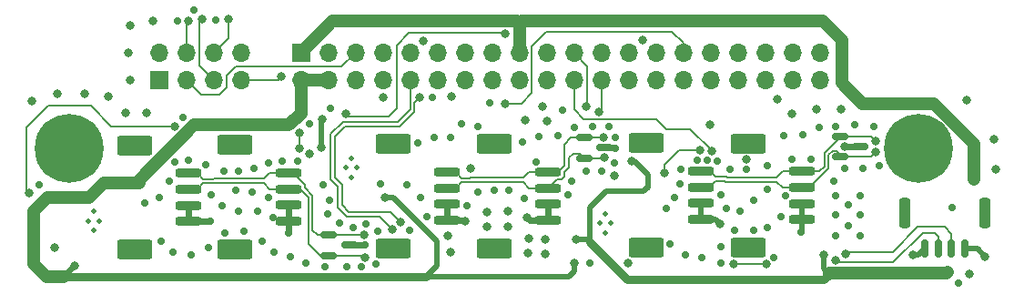
<source format=gbr>
%TF.GenerationSoftware,KiCad,Pcbnew,7.0.8*%
%TF.CreationDate,2024-02-10T17:45:33+01:00*%
%TF.ProjectId,HatV4,48617456-342e-46b6-9963-61645f706362,V2*%
%TF.SameCoordinates,Original*%
%TF.FileFunction,Copper,L4,Bot*%
%TF.FilePolarity,Positive*%
%FSLAX46Y46*%
G04 Gerber Fmt 4.6, Leading zero omitted, Abs format (unit mm)*
G04 Created by KiCad (PCBNEW 7.0.8) date 2024-02-10 17:45:33*
%MOMM*%
%LPD*%
G01*
G04 APERTURE LIST*
G04 Aperture macros list*
%AMRoundRect*
0 Rectangle with rounded corners*
0 $1 Rounding radius*
0 $2 $3 $4 $5 $6 $7 $8 $9 X,Y pos of 4 corners*
0 Add a 4 corners polygon primitive as box body*
4,1,4,$2,$3,$4,$5,$6,$7,$8,$9,$2,$3,0*
0 Add four circle primitives for the rounded corners*
1,1,$1+$1,$2,$3*
1,1,$1+$1,$4,$5*
1,1,$1+$1,$6,$7*
1,1,$1+$1,$8,$9*
0 Add four rect primitives between the rounded corners*
20,1,$1+$1,$2,$3,$4,$5,0*
20,1,$1+$1,$4,$5,$6,$7,0*
20,1,$1+$1,$6,$7,$8,$9,0*
20,1,$1+$1,$8,$9,$2,$3,0*%
G04 Aperture macros list end*
%TA.AperFunction,ComponentPad*%
%ADD10R,1.700000X1.700000*%
%TD*%
%TA.AperFunction,ComponentPad*%
%ADD11O,1.700000X1.700000*%
%TD*%
%TA.AperFunction,ComponentPad*%
%ADD12C,0.500000*%
%TD*%
%TA.AperFunction,ComponentPad*%
%ADD13C,0.800000*%
%TD*%
%TA.AperFunction,ComponentPad*%
%ADD14C,6.400000*%
%TD*%
%TA.AperFunction,SMDPad,CuDef*%
%ADD15RoundRect,0.150000X-0.587500X-0.150000X0.587500X-0.150000X0.587500X0.150000X-0.587500X0.150000X0*%
%TD*%
%TA.AperFunction,SMDPad,CuDef*%
%ADD16RoundRect,0.200000X-1.000000X0.200000X-1.000000X-0.200000X1.000000X-0.200000X1.000000X0.200000X0*%
%TD*%
%TA.AperFunction,SMDPad,CuDef*%
%ADD17RoundRect,0.250000X-1.400000X0.650000X-1.400000X-0.650000X1.400000X-0.650000X1.400000X0.650000X0*%
%TD*%
%TA.AperFunction,SMDPad,CuDef*%
%ADD18RoundRect,0.150000X0.150000X0.700000X-0.150000X0.700000X-0.150000X-0.700000X0.150000X-0.700000X0*%
%TD*%
%TA.AperFunction,SMDPad,CuDef*%
%ADD19RoundRect,0.250000X0.250000X1.150000X-0.250000X1.150000X-0.250000X-1.150000X0.250000X-1.150000X0*%
%TD*%
%TA.AperFunction,ViaPad*%
%ADD20C,0.800000*%
%TD*%
%TA.AperFunction,ViaPad*%
%ADD21C,0.700000*%
%TD*%
%TA.AperFunction,Conductor*%
%ADD22C,1.200000*%
%TD*%
%TA.AperFunction,Conductor*%
%ADD23C,0.500000*%
%TD*%
%TA.AperFunction,Conductor*%
%ADD24C,0.800000*%
%TD*%
%TA.AperFunction,Conductor*%
%ADD25C,0.600000*%
%TD*%
%TA.AperFunction,Conductor*%
%ADD26C,0.200000*%
%TD*%
G04 APERTURE END LIST*
D10*
%TO.P,J5,1,Pin_1*%
%TO.N,+3V3*%
X126970438Y-95045962D03*
D11*
%TO.P,J5,2,Pin_2*%
%TO.N,+5V*%
X126970438Y-97585962D03*
%TO.P,J5,3,Pin_3*%
%TO.N,/I2C_GP5_DAT*%
X129510438Y-95045962D03*
%TO.P,J5,4,Pin_4*%
%TO.N,+5V*%
X129510438Y-97585962D03*
%TO.P,J5,5,Pin_5*%
%TO.N,/I2C_GP5_CLK*%
X132050438Y-95045962D03*
%TO.P,J5,6,Pin_6*%
%TO.N,GND*%
X132050438Y-97585962D03*
%TO.P,J5,7,Pin_7*%
%TO.N,/MCLK05*%
X134590438Y-95045962D03*
%TO.P,J5,8,Pin_8*%
%TO.N,/UART1_TX*%
X134590438Y-97585962D03*
%TO.P,J5,9,Pin_9*%
%TO.N,GND*%
X137130438Y-95045962D03*
%TO.P,J5,10,Pin_10*%
%TO.N,/UART1_RX*%
X137130438Y-97585962D03*
%TO.P,J5,11,Pin_11*%
%TO.N,/UART1_RTS*%
X139670438Y-95045962D03*
%TO.P,J5,12,Pin_12*%
%TO.N,/I2S2_CLK*%
X139670438Y-97585962D03*
%TO.P,J5,13,Pin_13*%
%TO.N,/PWM01*%
X142210438Y-95045962D03*
%TO.P,J5,14,Pin_14*%
%TO.N,GND*%
X142210438Y-97585962D03*
%TO.P,J5,15,Pin_15*%
%TO.N,/GPIO27_PWM2*%
X144750438Y-95045962D03*
%TO.P,J5,16,Pin_16*%
%TO.N,/GPIO8_AO_DMIC_IN_DAT*%
X144750438Y-97585962D03*
%TO.P,J5,17,Pin_17*%
%TO.N,+3V3*%
X147290438Y-95045962D03*
%TO.P,J5,18,Pin_18*%
%TO.N,/GPIO35_PWM3*%
X147290438Y-97585962D03*
%TO.P,J5,19,Pin_19*%
%TO.N,/SPI1_MOSI*%
X149830438Y-95045962D03*
%TO.P,J5,20,Pin_20*%
%TO.N,GND*%
X149830438Y-97585962D03*
%TO.P,J5,21,Pin_21*%
%TO.N,/SPI1_MISO*%
X152370438Y-95045962D03*
%TO.P,J5,22,Pin_22*%
%TO.N,/GPIO17_40HEADER*%
X152370438Y-97585962D03*
%TO.P,J5,23,Pin_23*%
%TO.N,/SPI1_SCK*%
X154910438Y-95045962D03*
%TO.P,J5,24,Pin_24*%
%TO.N,/SPI1_CS0*%
X154910438Y-97585962D03*
%TO.P,J5,25,Pin_25*%
%TO.N,GND*%
X157450438Y-95045962D03*
%TO.P,J5,26,Pin_26*%
%TO.N,/SPI1_CS1*%
X157450438Y-97585962D03*
%TO.P,J5,27,Pin_27*%
%TO.N,/I2C_GP2_DAT*%
X159990438Y-95045962D03*
%TO.P,J5,28,Pin_28*%
%TO.N,/I2C_GP2_CLK*%
X159990438Y-97585962D03*
%TO.P,J5,29,Pin_29*%
%TO.N,/CAN0_DIN*%
X162530438Y-95045962D03*
%TO.P,J5,30,Pin_30*%
%TO.N,GND*%
X162530438Y-97585962D03*
%TO.P,J5,31,Pin_31*%
%TO.N,/CAN0_DOUT*%
X165070438Y-95045962D03*
%TO.P,J5,32,Pin_32*%
%TO.N,/GPIO9_CAN1_GPIO0_DMIC_CLK*%
X165070438Y-97585962D03*
%TO.P,J5,33,Pin_33*%
%TO.N,/CAN1_DOUT*%
X167610438Y-95045962D03*
%TO.P,J5,34,Pin_34*%
%TO.N,GND*%
X167610438Y-97585962D03*
%TO.P,J5,35,Pin_35*%
%TO.N,/I2S_FS*%
X170150438Y-95045962D03*
%TO.P,J5,36,Pin_36*%
%TO.N,/UART1_CTS*%
X170150438Y-97585962D03*
%TO.P,J5,37,Pin_37*%
%TO.N,/CAN1_DIN*%
X172690438Y-95045962D03*
%TO.P,J5,38,Pin_38*%
%TO.N,/I2S_SDIN*%
X172690438Y-97585962D03*
%TO.P,J5,39,Pin_39*%
%TO.N,GND*%
X175230438Y-95045962D03*
%TO.P,J5,40,Pin_40*%
%TO.N,/I2S_SDOUT*%
X175230438Y-97585962D03*
%TD*%
D12*
%TO.P,U1,9,PAD*%
%TO.N,GND*%
X107226422Y-110681222D03*
X107726422Y-109781222D03*
X107726422Y-111581222D03*
X108226422Y-110681222D03*
%TD*%
%TO.P,U7,9,PAD*%
%TO.N,GND*%
X154803978Y-110903578D03*
X155303978Y-110003578D03*
X155303978Y-111803578D03*
X155803978Y-110903578D03*
%TD*%
D13*
%TO.P,H1,1*%
%TO.N,N/C*%
X102980438Y-103923800D03*
X103683382Y-102226744D03*
X103683382Y-105620856D03*
X105380438Y-101523800D03*
D14*
X105380438Y-103923800D03*
D13*
X105380438Y-106323800D03*
X107077494Y-102226744D03*
X107077494Y-105620856D03*
X107780438Y-103923800D03*
%TD*%
D12*
%TO.P,U3,9,PAD*%
%TO.N,GND*%
X131160022Y-105755022D03*
X131660022Y-104855022D03*
X131660022Y-106655022D03*
X132160022Y-105755022D03*
%TD*%
D13*
%TO.P,H2,1*%
%TO.N,N/C*%
X181979438Y-103935962D03*
X182682382Y-102238906D03*
X182682382Y-105633018D03*
X184379438Y-101535962D03*
D14*
X184379438Y-103935962D03*
D13*
X184379438Y-106335962D03*
X186076494Y-102238906D03*
X186076494Y-105633018D03*
X186779438Y-103935962D03*
%TD*%
D15*
%TO.P,U8,1,K1*%
%TO.N,/CAN BUS SPI/CHS-*%
X177134178Y-104735178D03*
%TO.P,U8,2,K2*%
%TO.N,/CAN BUS SPI/CHS+*%
X177134178Y-102835178D03*
%TO.P,U8,3,CC*%
%TO.N,GND*%
X179009178Y-103785178D03*
%TD*%
D16*
%TO.P,J8,1,Pin_1*%
%TO.N,/CAN BUS SPI/CHS+*%
X164177978Y-106041578D03*
%TO.P,J8,2,Pin_2*%
%TO.N,/CAN BUS SPI/CHS-*%
X164177978Y-107541578D03*
%TO.P,J8,3,Pin_3*%
%TO.N,GND*%
X164177978Y-109041578D03*
%TO.P,J8,4,Pin_4*%
X164177978Y-110541578D03*
D17*
%TO.P,J8,MP*%
%TO.N,N/C*%
X159127978Y-103441578D03*
X159127978Y-113141578D03*
%TD*%
D16*
%TO.P,J4,1,Pin_1*%
%TO.N,/CAN BUS 1/CH1+*%
X149976400Y-106131800D03*
%TO.P,J4,2,Pin_2*%
%TO.N,/CAN BUS 1/CH1-*%
X149976400Y-107631800D03*
%TO.P,J4,3,Pin_3*%
%TO.N,GND*%
X149976400Y-109131800D03*
%TO.P,J4,4,Pin_4*%
X149976400Y-110631800D03*
D17*
%TO.P,J4,MP*%
%TO.N,N/C*%
X144926400Y-103531800D03*
X144926400Y-113231800D03*
%TD*%
D16*
%TO.P,J3,1,Pin_1*%
%TO.N,/CAN BUS 1/CH1+*%
X140567422Y-106146222D03*
%TO.P,J3,2,Pin_2*%
%TO.N,/CAN BUS 1/CH1-*%
X140567422Y-107646222D03*
%TO.P,J3,3,Pin_3*%
%TO.N,GND*%
X140567422Y-109146222D03*
%TO.P,J3,4,Pin_4*%
X140567422Y-110646222D03*
D17*
%TO.P,J3,MP*%
%TO.N,N/C*%
X135517422Y-103546222D03*
X135517422Y-113246222D03*
%TD*%
D10*
%TO.P,J6,1,Pin_1*%
%TO.N,GND*%
X113818238Y-97585962D03*
D11*
%TO.P,J6,2,Pin_2*%
%TO.N,/I2C_GP5_DAT*%
X113818238Y-95045962D03*
%TO.P,J6,3,Pin_3*%
%TO.N,/I2C_GP5_CLK*%
X116358238Y-97585962D03*
%TO.P,J6,4,Pin_4*%
%TO.N,/PWM01*%
X116358238Y-95045962D03*
%TO.P,J6,5,Pin_5*%
%TO.N,/GPIO27_PWM2*%
X118898238Y-97585962D03*
%TO.P,J6,6,Pin_6*%
%TO.N,/GPIO35_PWM3*%
X118898238Y-95045962D03*
%TO.P,J6,7,Pin_7*%
%TO.N,/GPIO8_AO_DMIC_IN_DAT*%
X121438238Y-97585962D03*
%TO.P,J6,8,Pin_8*%
%TO.N,GND*%
X121438238Y-95045962D03*
%TD*%
D18*
%TO.P,J7,1,Pin_1*%
%TO.N,GND*%
X188747400Y-113272400D03*
%TO.P,J7,2,Pin_2*%
%TO.N,/RS232 to UART/RIN1*%
X187497400Y-113272400D03*
%TO.P,J7,3,Pin_3*%
%TO.N,/RS232 to UART/DOUT1*%
X186247400Y-113272400D03*
%TO.P,J7,4,Pin_4*%
%TO.N,GND*%
X184997400Y-113272400D03*
D19*
%TO.P,J7,MP*%
%TO.N,N/C*%
X190597400Y-109922400D03*
X183147400Y-109922400D03*
%TD*%
D15*
%TO.P,U4,1,K1*%
%TO.N,/CAN BUS 1/CH1-*%
X153314400Y-104846200D03*
%TO.P,U4,2,K2*%
%TO.N,/CAN BUS 1/CH1+*%
X153314400Y-102946200D03*
%TO.P,U4,3,CC*%
%TO.N,GND*%
X155189400Y-103896200D03*
%TD*%
D16*
%TO.P,J9,1,Pin_1*%
%TO.N,/CAN BUS SPI/CHS+*%
X173594578Y-106081378D03*
%TO.P,J9,2,Pin_2*%
%TO.N,/CAN BUS SPI/CHS-*%
X173594578Y-107581378D03*
%TO.P,J9,3,Pin_3*%
%TO.N,GND*%
X173594578Y-109081378D03*
%TO.P,J9,4,Pin_4*%
X173594578Y-110581378D03*
D17*
%TO.P,J9,MP*%
%TO.N,N/C*%
X168544578Y-103481378D03*
X168544578Y-113181378D03*
%TD*%
D15*
%TO.P,U2,1,K1*%
%TO.N,/CAN BUS 0/CH0-*%
X129579822Y-113903022D03*
%TO.P,U2,2,K2*%
%TO.N,/CAN BUS 0/CH0+*%
X129579822Y-112003022D03*
%TO.P,U2,3,CC*%
%TO.N,GND*%
X131454822Y-112953022D03*
%TD*%
D16*
%TO.P,J2,1,Pin_1*%
%TO.N,/CAN BUS 0/CH0+*%
X125852822Y-106222422D03*
%TO.P,J2,2,Pin_2*%
%TO.N,/CAN BUS 0/CH0-*%
X125852822Y-107722422D03*
%TO.P,J2,3,Pin_3*%
%TO.N,GND*%
X125852822Y-109222422D03*
%TO.P,J2,4,Pin_4*%
X125852822Y-110722422D03*
D17*
%TO.P,J2,MP*%
%TO.N,N/C*%
X120802822Y-103622422D03*
X120802822Y-113322422D03*
%TD*%
D16*
%TO.P,J1,1,Pin_1*%
%TO.N,/CAN BUS 0/CH0+*%
X116547022Y-106246822D03*
%TO.P,J1,2,Pin_2*%
%TO.N,/CAN BUS 0/CH0-*%
X116547022Y-107746822D03*
%TO.P,J1,3,Pin_3*%
%TO.N,GND*%
X116547022Y-109246822D03*
%TO.P,J1,4,Pin_4*%
X116547022Y-110746822D03*
D17*
%TO.P,J1,MP*%
%TO.N,N/C*%
X111497022Y-103646822D03*
X111497022Y-113346822D03*
%TD*%
D20*
%TO.N,+5V*%
X134772400Y-108483400D03*
X152425400Y-114597500D03*
X105943400Y-114833400D03*
D21*
%TO.N,GND*%
X143408400Y-107975400D03*
X118135400Y-105435400D03*
D20*
X127787400Y-104419400D03*
X109067600Y-99085400D03*
D21*
X132918200Y-112953800D03*
X162204400Y-107213400D03*
X139217400Y-99212400D03*
D20*
X157361254Y-114597500D03*
D21*
X161696400Y-108483400D03*
X162712400Y-113817400D03*
X115216227Y-105204266D03*
X166014400Y-114579400D03*
X134391400Y-107213400D03*
X116484400Y-105054400D03*
D20*
X165919831Y-110928831D03*
X147828000Y-101295200D03*
D21*
X180746400Y-105562400D03*
X176682400Y-101879400D03*
X121691400Y-111658400D03*
D20*
X149453600Y-100076000D03*
D21*
X178460400Y-101752400D03*
X166522400Y-109499400D03*
X177876200Y-109194600D03*
D20*
X111048800Y-97561400D03*
D21*
X102641400Y-107340400D03*
X166014400Y-108229400D03*
D20*
X171297600Y-99364800D03*
D21*
X167792400Y-109753400D03*
X132609926Y-114943815D03*
X151282400Y-100355400D03*
X143408400Y-101879400D03*
X127406400Y-114579400D03*
X115468400Y-92100400D03*
X127787400Y-101625400D03*
X124485400Y-113563400D03*
D20*
X191465200Y-103124000D03*
D21*
X123977400Y-105308400D03*
X130581400Y-110896400D03*
X175158400Y-102006400D03*
D20*
X189128400Y-115595400D03*
D21*
X152171400Y-106959400D03*
X150901400Y-102768400D03*
D20*
X149656800Y-113741200D03*
X140995400Y-99085400D03*
D21*
X139344400Y-102895400D03*
X147599400Y-103327200D03*
X176555400Y-106959400D03*
X119024400Y-91973400D03*
X169062400Y-111564900D03*
X172059600Y-108381800D03*
X134137400Y-111658400D03*
X120929400Y-107848400D03*
X170332400Y-111277400D03*
X153822400Y-114579400D03*
D20*
X172643800Y-100761800D03*
D21*
X179019200Y-110159800D03*
X113817400Y-108483400D03*
D20*
X142265400Y-110693200D03*
D21*
X137058400Y-111531400D03*
X125247400Y-105130600D03*
D20*
X158724600Y-93827600D03*
X144297400Y-109829600D03*
D21*
X137820400Y-103403400D03*
X177571400Y-105816400D03*
X173634400Y-102641400D03*
X173507400Y-111734600D03*
X142392400Y-109245400D03*
D20*
X191592200Y-105918000D03*
D21*
X118643400Y-108229400D03*
X146329400Y-107848400D03*
D20*
X177190400Y-100279200D03*
D21*
X129007814Y-107290522D03*
X176733200Y-108356400D03*
X126644400Y-105156000D03*
X166903400Y-105867200D03*
D20*
X148082000Y-113665000D03*
X112623600Y-100660200D03*
D21*
X131216400Y-114960400D03*
D20*
X110896400Y-95046800D03*
X168402000Y-104980878D03*
D21*
X119659400Y-109245400D03*
X152425400Y-102006400D03*
X148818600Y-105181400D03*
D20*
X177571400Y-103809800D03*
D21*
X166014400Y-113055400D03*
X165735000Y-105130600D03*
X144551400Y-99720400D03*
X116738400Y-113817400D03*
X188112400Y-116484400D03*
X174396400Y-104927400D03*
D20*
X113233200Y-92100400D03*
D21*
X154965400Y-106070400D03*
D20*
X147980400Y-110388400D03*
D21*
X156108400Y-105308400D03*
X125852822Y-111781222D03*
D20*
X106832400Y-98882200D03*
X101955600Y-99517200D03*
D21*
X176682400Y-110159800D03*
D20*
X174955200Y-100304600D03*
D21*
X167284400Y-111564900D03*
X160934400Y-109499400D03*
X133934200Y-114681000D03*
X147726400Y-108610400D03*
X156210000Y-103911400D03*
X164236400Y-114071400D03*
X170332400Y-107721400D03*
X131851400Y-111277400D03*
X122580400Y-105816400D03*
X119786400Y-106070400D03*
X177850800Y-111150400D03*
X178993800Y-112064800D03*
X113944400Y-112547400D03*
D20*
X149885400Y-101371400D03*
X190627000Y-114020600D03*
D21*
X121183400Y-106070400D03*
X138074400Y-108483400D03*
D20*
X140868400Y-113563400D03*
D21*
X123977400Y-108483400D03*
X168376600Y-105867200D03*
X136804400Y-107340400D03*
X118389400Y-113182400D03*
X163830000Y-105079800D03*
X164795200Y-105054400D03*
D20*
X144297400Y-111252000D03*
D21*
X176733200Y-112090200D03*
D20*
X104317800Y-98882200D03*
D21*
X171602400Y-110261400D03*
X172618400Y-104927400D03*
X116006543Y-101020543D03*
D20*
X183921400Y-113868200D03*
D21*
X122961400Y-109753400D03*
X151841200Y-108254800D03*
X141884400Y-101625400D03*
X180238400Y-101879400D03*
X179222400Y-105841800D03*
X129692400Y-100228400D03*
X121183400Y-109753400D03*
X153466800Y-106045000D03*
X156210000Y-102920800D03*
X122453400Y-107975400D03*
D20*
X149656800Y-112369600D03*
D21*
X155600400Y-101868500D03*
D20*
X156108400Y-106451400D03*
D21*
X126009400Y-114020600D03*
X123342400Y-112547400D03*
X170332400Y-105562400D03*
D20*
X148132800Y-112318800D03*
X110667800Y-100634800D03*
X104038400Y-113131600D03*
D21*
X138709400Y-110261400D03*
X115087400Y-113563400D03*
X116992400Y-91084400D03*
D20*
X140614400Y-112039400D03*
D21*
X169062400Y-108737400D03*
D20*
X111074200Y-92532200D03*
D21*
X154076400Y-101904800D03*
D20*
X188899800Y-99466400D03*
X134594600Y-99212400D03*
X138328400Y-93980000D03*
D21*
X124358400Y-110388400D03*
X161327478Y-112807587D03*
X170967400Y-114071400D03*
X187528200Y-109423200D03*
X144932400Y-107873800D03*
X114706400Y-106959400D03*
X179019200Y-108356400D03*
X119913400Y-111785400D03*
D20*
X146253200Y-109778800D03*
D21*
X118516400Y-110722222D03*
X129438400Y-110007400D03*
D20*
X165023800Y-101727000D03*
D21*
X149123400Y-102819200D03*
X133045200Y-110947200D03*
D20*
X146202400Y-111226600D03*
D21*
X112445800Y-109042200D03*
X162280600Y-105892600D03*
X129235200Y-114960400D03*
X129591822Y-108737400D03*
X171856400Y-102768400D03*
X140868400Y-102895400D03*
D20*
X142773400Y-105816400D03*
%TO.N,+3V3*%
X185929396Y-115571396D03*
X189585600Y-105562400D03*
X152577800Y-112445800D03*
X157708600Y-105130600D03*
X175590200Y-113842800D03*
X189585600Y-106807000D03*
X128905000Y-103880700D03*
X128930400Y-101244400D03*
X187121800Y-115493800D03*
%TO.N,/UART1_TX*%
X137972800Y-99237800D03*
X136271000Y-110820200D03*
%TO.N,/UART1_RX*%
X135458200Y-111455200D03*
%TO.N,/PWM01*%
X116509800Y-92100400D03*
%TO.N,/GPIO27_PWM2*%
X117805200Y-91926500D03*
%TO.N,/GPIO8_AO_DMIC_IN_DAT*%
X125171200Y-97282000D03*
%TO.N,/GPIO35_PWM3*%
X120272110Y-91926500D03*
%TO.N,/SPI1_MISO*%
X153466800Y-100025200D03*
%TO.N,/GPIO17_40HEADER*%
X165160393Y-104177936D03*
%TO.N,/SPI1_CS0*%
X154711400Y-100519500D03*
%TO.N,/CAN0_DIN*%
X145999200Y-99771200D03*
X101650800Y-108102400D03*
X115229452Y-101869052D03*
%TO.N,/CAN0_DOUT*%
X131114800Y-100711000D03*
X126873000Y-103962200D03*
X126873000Y-102463600D03*
X145999200Y-93299900D03*
%TO.N,/CAN1_DIN*%
X170267867Y-114713436D03*
X167193051Y-114713480D03*
%TO.N,/RS232 to UART/RIN1*%
X177673000Y-113792000D03*
%TO.N,/RS232 to UART/DOUT1*%
X176682400Y-114325400D03*
%TO.N,/CAN BUS SPI/CHS-*%
X180448393Y-104271185D03*
%TO.N,/CAN BUS SPI/CHS+*%
X180448393Y-103271185D03*
%TO.N,/CAN BUS SPI/RDX_SPI*%
X160756600Y-106248200D03*
X164109400Y-104089200D03*
%TO.N,/CAN BUS 0/CH0+*%
X132856422Y-111952222D03*
%TO.N,/CAN BUS 0/CH0-*%
X132958022Y-114060422D03*
%TO.N,/CAN BUS 1/CH1+*%
X155143200Y-102946200D03*
%TO.N,/CAN BUS 1/CH1-*%
X155168600Y-104795700D03*
%TD*%
D22*
%TO.N,+5V*%
X126970438Y-100715162D02*
X126970438Y-97585962D01*
X111915097Y-107162600D02*
X111915097Y-106879757D01*
X104175600Y-115910400D02*
X103337400Y-115910400D01*
D23*
X152425400Y-114597500D02*
X152425400Y-115392200D01*
D22*
X125861743Y-101777800D02*
X126375943Y-101263600D01*
X103337400Y-115910400D02*
X102082600Y-114655600D01*
D23*
X151917400Y-115900200D02*
X138633200Y-115900200D01*
X152425400Y-115392200D02*
X151917400Y-115900200D01*
X139649200Y-112598200D02*
X139649200Y-114884200D01*
X135534400Y-108483400D02*
X139649200Y-112598200D01*
D22*
X126970438Y-97585962D02*
X129510438Y-97585962D01*
X107272386Y-108483400D02*
X108593186Y-107162600D01*
D23*
X134772400Y-108483400D02*
X135534400Y-108483400D01*
X138633200Y-115900200D02*
X138623000Y-115910400D01*
D22*
X111915097Y-106879757D02*
X117017054Y-101777800D01*
X126422000Y-101263600D02*
X126970438Y-100715162D01*
X104175600Y-115910400D02*
X104866400Y-115910400D01*
X102082600Y-109804200D02*
X103403400Y-108483400D01*
X108593186Y-107162600D02*
X111915097Y-107162600D01*
X126375943Y-101263600D02*
X126422000Y-101263600D01*
D23*
X104866400Y-115910400D02*
X105943400Y-114833400D01*
D22*
X103403400Y-108483400D02*
X107272386Y-108483400D01*
X102082600Y-114655600D02*
X102082600Y-109804200D01*
X117017054Y-101777800D02*
X125861743Y-101777800D01*
D24*
X104175600Y-115910400D02*
X138623000Y-115910400D01*
D23*
X139649200Y-114884200D02*
X138623000Y-115910400D01*
D25*
%TO.N,GND*%
X179009178Y-103785178D02*
X177596022Y-103785178D01*
D23*
X173594578Y-110581378D02*
X173594578Y-111647422D01*
D25*
X142218422Y-110646222D02*
X142265400Y-110693200D01*
D23*
X173594578Y-111647422D02*
X173507400Y-111734600D01*
D25*
X155189400Y-103896200D02*
X156194800Y-103896200D01*
X177596022Y-103785178D02*
X177571400Y-103809800D01*
D23*
X164177978Y-110541578D02*
X165532578Y-110541578D01*
D25*
X148223800Y-110631800D02*
X149976400Y-110631800D01*
X118516400Y-110722222D02*
X118491800Y-110746822D01*
X140567422Y-109146222D02*
X140567422Y-110646222D01*
X125852822Y-111781222D02*
X125852822Y-110722422D01*
X118491800Y-110746822D02*
X116547022Y-110746822D01*
X156194800Y-103896200D02*
X156210000Y-103911400D01*
X131454822Y-112953022D02*
X132917422Y-112953022D01*
D23*
X165532578Y-110541578D02*
X165919831Y-110928831D01*
D25*
X147980400Y-110388400D02*
X148223800Y-110631800D01*
X149976400Y-109131800D02*
X149976400Y-110631800D01*
D23*
X188747400Y-113272400D02*
X189878800Y-113272400D01*
D25*
X125852822Y-109222422D02*
X125852822Y-110722422D01*
X116547022Y-109246822D02*
X116547022Y-110746822D01*
D23*
X164177978Y-110541578D02*
X164177978Y-110329978D01*
X183921400Y-113868200D02*
X184401600Y-113868200D01*
X164177978Y-109041578D02*
X164177978Y-110541578D01*
D25*
X140567422Y-110646222D02*
X142218422Y-110646222D01*
D23*
X189878800Y-113272400D02*
X190627000Y-114020600D01*
D25*
X132917422Y-112953022D02*
X132918200Y-112953800D01*
D23*
X184401600Y-113868200D02*
X184997400Y-113272400D01*
X173594578Y-109081378D02*
X173594578Y-110581378D01*
%TO.N,+3V3*%
X159105600Y-107696000D02*
X159258000Y-107543600D01*
X157708600Y-105130600D02*
X158013400Y-105130600D01*
D22*
X177292000Y-97866200D02*
X179197000Y-99771200D01*
X177292000Y-93853000D02*
X177292000Y-97866200D01*
X189585600Y-105562400D02*
X189585600Y-106807000D01*
D24*
X175615600Y-116103400D02*
X157302200Y-116103400D01*
D23*
X153822400Y-109448600D02*
X155346400Y-107924600D01*
X175590200Y-115112800D02*
X176098200Y-115620800D01*
D22*
X147070600Y-92100400D02*
X147294600Y-92324400D01*
X189585600Y-103485268D02*
X189585600Y-105562400D01*
X175539400Y-92100400D02*
X177292000Y-93853000D01*
D23*
X155346400Y-107924600D02*
X158877000Y-107924600D01*
D24*
X157302200Y-116103400D02*
X153822400Y-112623600D01*
D23*
X128930400Y-101244400D02*
X128905000Y-101269800D01*
D22*
X147294600Y-92324400D02*
X147518600Y-92100400D01*
D23*
X128905000Y-101269800D02*
X128905000Y-103880700D01*
X153644600Y-112445800D02*
X153822400Y-112623600D01*
X152577800Y-112445800D02*
X153644600Y-112445800D01*
D22*
X185871532Y-99771200D02*
X189585600Y-103485268D01*
D23*
X153822400Y-112623600D02*
X153822400Y-109448600D01*
X158013400Y-105130600D02*
X159258000Y-106375200D01*
X159258000Y-107543600D02*
X159258000Y-106375200D01*
D22*
X179197000Y-99771200D02*
X185871532Y-99771200D01*
D23*
X175590200Y-113842800D02*
X175590200Y-115112800D01*
D22*
X187045600Y-115570000D02*
X176149000Y-115570000D01*
X147518600Y-92100400D02*
X175539400Y-92100400D01*
X176149000Y-115570000D02*
X176098200Y-115620800D01*
X187121800Y-115493800D02*
X187045600Y-115570000D01*
X147290438Y-95045962D02*
X147290438Y-92328562D01*
D23*
X158877000Y-107924600D02*
X159105600Y-107696000D01*
D24*
X176098200Y-115620800D02*
X175615600Y-116103400D01*
D22*
X147290438Y-92328562D02*
X147294600Y-92324400D01*
X126970438Y-95045962D02*
X129916000Y-92100400D01*
X129916000Y-92100400D02*
X147070600Y-92100400D01*
D26*
%TO.N,/I2C_GP5_CLK*%
X120105663Y-97146604D02*
X120910067Y-96342200D01*
X120910067Y-96342200D02*
X130754200Y-96342200D01*
X120105663Y-98258137D02*
X120105663Y-97146604D01*
X116358238Y-97585962D02*
X117730676Y-98958400D01*
X117730676Y-98958400D02*
X119405400Y-98958400D01*
X119405400Y-98958400D02*
X120105663Y-98258137D01*
X130754200Y-96342200D02*
X132050438Y-95045962D01*
%TO.N,/UART1_TX*%
X131445000Y-109829600D02*
X130793200Y-109177800D01*
X131038600Y-101930200D02*
X136144000Y-101930200D01*
X130793200Y-107316714D02*
X130149600Y-106673114D01*
X137541000Y-99669600D02*
X137972800Y-99237800D01*
X130149600Y-106673114D02*
X130149600Y-102819200D01*
X137541000Y-100533200D02*
X137541000Y-99669600D01*
X130793200Y-107492800D02*
X130793200Y-107316714D01*
X136144000Y-101930200D02*
X137541000Y-100533200D01*
X130793200Y-109177800D02*
X130793200Y-107492800D01*
X135280400Y-109829600D02*
X131445000Y-109829600D01*
X130149600Y-102819200D02*
X131038600Y-101930200D01*
X136271000Y-110820200D02*
X135280400Y-109829600D01*
%TO.N,/UART1_RX*%
X135966200Y-101473000D02*
X137130438Y-100308762D01*
X130393200Y-107482400D02*
X129743200Y-106832400D01*
X130352800Y-109423200D02*
X130393200Y-109382800D01*
X130393200Y-109382800D02*
X130393200Y-107482400D01*
X137130438Y-100308762D02*
X137130438Y-97585962D01*
X134300200Y-110297200D02*
X131226800Y-110297200D01*
X131226800Y-110297200D02*
X130352800Y-109423200D01*
X135458200Y-111455200D02*
X134300200Y-110297200D01*
X129743200Y-106832400D02*
X129743200Y-102616000D01*
X129743200Y-102616000D02*
X130886200Y-101473000D01*
X130886200Y-101473000D02*
X135966200Y-101473000D01*
%TO.N,/PWM01*%
X116509800Y-92100400D02*
X116358238Y-92251962D01*
X116358238Y-92251962D02*
X116358238Y-95045962D01*
%TO.N,/GPIO27_PWM2*%
X117508238Y-92223462D02*
X117508238Y-96195962D01*
X117805200Y-91926500D02*
X117508238Y-92223462D01*
X117508238Y-96195962D02*
X118898238Y-97585962D01*
%TO.N,/GPIO8_AO_DMIC_IN_DAT*%
X121438238Y-97585962D02*
X124867238Y-97585962D01*
X124867238Y-97585962D02*
X125171200Y-97282000D01*
%TO.N,/GPIO35_PWM3*%
X120272110Y-91926500D02*
X120272110Y-93672090D01*
X120142000Y-92056610D02*
X120272110Y-91926500D01*
X120272110Y-93672090D02*
X118898238Y-95045962D01*
%TO.N,/SPI1_MISO*%
X153619200Y-99872800D02*
X153619200Y-96294724D01*
X153466800Y-100025200D02*
X153619200Y-99872800D01*
X153619200Y-96294724D02*
X152370438Y-95045962D01*
%TO.N,/GPIO17_40HEADER*%
X153289000Y-101219000D02*
X152370438Y-100300438D01*
X160985200Y-102184200D02*
X160020000Y-101219000D01*
X163194350Y-102184200D02*
X160985200Y-102184200D01*
X152370438Y-100300438D02*
X152370438Y-97585962D01*
X165160393Y-104177936D02*
X165160393Y-104150243D01*
X165160393Y-104150243D02*
X163194350Y-102184200D01*
X160020000Y-101219000D02*
X153289000Y-101219000D01*
%TO.N,/SPI1_CS0*%
X154910438Y-100320462D02*
X154910438Y-97585962D01*
X154711400Y-100519500D02*
X154910438Y-100320462D01*
%TO.N,/CAN0_DIN*%
X162530438Y-94153638D02*
X161467800Y-93091000D01*
X101422200Y-107873800D02*
X101650800Y-108102400D01*
X109336652Y-101869052D02*
X107467400Y-99999800D01*
X107467400Y-99999800D02*
X103428800Y-99999800D01*
X149783800Y-93091000D02*
X148440438Y-94434362D01*
X148440438Y-98803162D02*
X147472400Y-99771200D01*
X103428800Y-99999800D02*
X101422200Y-102006400D01*
X101422200Y-102006400D02*
X101422200Y-107873800D01*
X161467800Y-93091000D02*
X149783800Y-93091000D01*
X162530438Y-95045962D02*
X162530438Y-94153638D01*
X115229452Y-101869052D02*
X109336652Y-101869052D01*
X147472400Y-99771200D02*
X145999200Y-99771200D01*
X148440438Y-94434362D02*
X148440438Y-98803162D01*
%TO.N,/CAN0_DOUT*%
X126873000Y-103962200D02*
X126873000Y-102463600D01*
X137026600Y-93224400D02*
X135864600Y-94386400D01*
X135864600Y-100253800D02*
X135102600Y-101015800D01*
X135864600Y-94386400D02*
X135864600Y-100253800D01*
X131419600Y-101015800D02*
X131114800Y-100711000D01*
X145999200Y-93299900D02*
X145923700Y-93224400D01*
X145923700Y-93224400D02*
X137026600Y-93224400D01*
X135102600Y-101015800D02*
X131419600Y-101015800D01*
%TO.N,/CAN1_DIN*%
X167193095Y-114713436D02*
X170267867Y-114713436D01*
X167193051Y-114713480D02*
X167193095Y-114713436D01*
%TO.N,/RS232 to UART/RIN1*%
X184353200Y-111226600D02*
X186842400Y-111226600D01*
X177673000Y-113792000D02*
X177901600Y-113563400D01*
X187497400Y-111881600D02*
X187497400Y-113272400D01*
X177901600Y-113563400D02*
X182016400Y-113563400D01*
X182016400Y-113563400D02*
X184353200Y-111226600D01*
X186842400Y-111226600D02*
X187497400Y-111881600D01*
%TO.N,/RS232 to UART/DOUT1*%
X182079900Y-114528600D02*
X184797700Y-111810800D01*
X186247400Y-112130200D02*
X186247400Y-113272400D01*
X176885600Y-114528600D02*
X182079900Y-114528600D01*
X184797700Y-111810800D02*
X185928000Y-111810800D01*
X185928000Y-111810800D02*
X186247400Y-112130200D01*
X176682400Y-114325400D02*
X176885600Y-114528600D01*
%TO.N,/CAN BUS SPI/CHS-*%
X171244577Y-107031378D02*
X166445528Y-107031378D01*
X174282422Y-107581378D02*
X173594578Y-107581378D01*
X177134178Y-104549178D02*
X176750400Y-104165400D01*
X176066400Y-104527400D02*
X176066400Y-105797400D01*
X179984400Y-104735178D02*
X180448393Y-104271185D01*
X165527978Y-106991578D02*
X164977978Y-107541578D01*
X177134178Y-104735178D02*
X179984400Y-104735178D01*
X173594578Y-107581378D02*
X171794577Y-107581378D01*
X176066400Y-105797400D02*
X174282422Y-107581378D01*
X166445528Y-107031378D02*
X166405728Y-106991578D01*
X171794577Y-107581378D02*
X171244577Y-107031378D01*
X176428400Y-104165400D02*
X176066400Y-104527400D01*
X176750400Y-104165400D02*
X176428400Y-104165400D01*
X164977978Y-107541578D02*
X164177978Y-107541578D01*
X177134178Y-104735178D02*
X177134178Y-104549178D01*
X166405728Y-106991578D02*
X165527978Y-106991578D01*
%TO.N,/CAN BUS SPI/CHS+*%
X177134178Y-102835178D02*
X180012386Y-102835178D01*
X171244577Y-106631378D02*
X166598600Y-106631378D01*
X165527978Y-106591578D02*
X164977978Y-106041578D01*
X180012386Y-102835178D02*
X180448393Y-103271185D01*
X173594578Y-106081378D02*
X171794577Y-106081378D01*
X177134178Y-102835178D02*
X177134178Y-102893936D01*
X175666400Y-104361714D02*
X175666400Y-105631714D01*
X166558800Y-106591578D02*
X165527978Y-106591578D01*
X166598600Y-106631378D02*
X166558800Y-106591578D01*
X171794577Y-106081378D02*
X171244577Y-106631378D01*
X177134178Y-102893936D02*
X175666400Y-104361714D01*
X175666400Y-105631714D02*
X175216736Y-106081378D01*
X175216736Y-106081378D02*
X173594578Y-106081378D01*
X164977978Y-106041578D02*
X164177978Y-106041578D01*
%TO.N,/CAN BUS SPI/RDX_SPI*%
X164109400Y-104089200D02*
X162102800Y-104089200D01*
X162102800Y-104089200D02*
X160756600Y-105435400D01*
X160756600Y-105435400D02*
X160756600Y-106248200D01*
%TO.N,/CAN BUS 0/CH0+*%
X124052821Y-106222422D02*
X123502821Y-106772422D01*
X132856422Y-111952222D02*
X132805622Y-112003022D01*
X128060400Y-111550399D02*
X128060400Y-108317714D01*
X117897022Y-106796822D02*
X117347022Y-106246822D01*
X128513023Y-112003022D02*
X128060400Y-111550399D01*
X126259928Y-106222422D02*
X125852822Y-106222422D01*
X123502821Y-106772422D02*
X118860350Y-106772422D01*
X117347022Y-106246822D02*
X116547022Y-106246822D01*
X127352822Y-107610136D02*
X127352822Y-107315316D01*
X118835950Y-106796822D02*
X117897022Y-106796822D01*
X118860350Y-106772422D02*
X118835950Y-106796822D01*
X125852822Y-106222422D02*
X124052821Y-106222422D01*
X129579822Y-112003022D02*
X128513023Y-112003022D01*
X132805622Y-112003022D02*
X129579822Y-112003022D01*
X127352822Y-107315316D02*
X126259928Y-106222422D01*
X128060400Y-108317714D02*
X127352822Y-107610136D01*
%TO.N,/CAN BUS 0/CH0-*%
X125852822Y-107722422D02*
X124052821Y-107722422D01*
X126899422Y-107722422D02*
X125852822Y-107722422D01*
X127660400Y-108483400D02*
X126899422Y-107722422D01*
X128762022Y-113903022D02*
X127660400Y-112801400D01*
X132958022Y-114060422D02*
X132800622Y-113903022D01*
X124052821Y-107722422D02*
X123502821Y-107172422D01*
X127660400Y-112801400D02*
X127660400Y-108483400D01*
X123502821Y-107172422D02*
X119013422Y-107172422D01*
X132800622Y-113903022D02*
X129579822Y-113903022D01*
X117347022Y-107746822D02*
X116547022Y-107746822D01*
X117897022Y-107196822D02*
X117347022Y-107746822D01*
X118989022Y-107196822D02*
X117897022Y-107196822D01*
X119013422Y-107172422D02*
X118989022Y-107196822D01*
X129579822Y-113903022D02*
X128762022Y-113903022D01*
%TO.N,/CAN BUS 1/CH1+*%
X142696528Y-106681800D02*
X142682106Y-106696222D01*
X151463400Y-105579114D02*
X150910714Y-106131800D01*
X152095200Y-102946200D02*
X151463400Y-103578000D01*
X141917422Y-106696222D02*
X141367422Y-106146222D01*
X141367422Y-106146222D02*
X140567422Y-106146222D01*
X148176399Y-106131800D02*
X147626399Y-106681800D01*
X153314400Y-102946200D02*
X152095200Y-102946200D01*
X150910714Y-106131800D02*
X149976400Y-106131800D01*
X149976400Y-106131800D02*
X148176399Y-106131800D01*
X147626399Y-106681800D02*
X142696528Y-106681800D01*
X151463400Y-103578000D02*
X151463400Y-105579114D01*
X142682106Y-106696222D02*
X141917422Y-106696222D01*
X155143200Y-102946200D02*
X153314400Y-102946200D01*
%TO.N,/CAN BUS 1/CH1-*%
X152887600Y-104419400D02*
X152323800Y-104419400D01*
X142849600Y-107081800D02*
X142835178Y-107096222D01*
X152323800Y-104419400D02*
X151917400Y-104825800D01*
X150776400Y-106831800D02*
X149976400Y-107631800D01*
X141367422Y-107646222D02*
X140567422Y-107646222D01*
X141917422Y-107096222D02*
X141367422Y-107646222D01*
X142835178Y-107096222D02*
X141917422Y-107096222D01*
X151183506Y-106831800D02*
X150776400Y-106831800D01*
X147626399Y-107081800D02*
X142849600Y-107081800D01*
X148176399Y-107631800D02*
X147626399Y-107081800D01*
X151476400Y-106131800D02*
X151476400Y-106538906D01*
X151917400Y-104825800D02*
X151917400Y-105690800D01*
X151476400Y-106538906D02*
X151183506Y-106831800D01*
X155168600Y-104795700D02*
X155118100Y-104846200D01*
X151917400Y-105690800D02*
X151476400Y-106131800D01*
X153314400Y-104846200D02*
X152887600Y-104419400D01*
X155118100Y-104846200D02*
X153314400Y-104846200D01*
X149976400Y-107631800D02*
X148176399Y-107631800D01*
%TD*%
M02*

</source>
